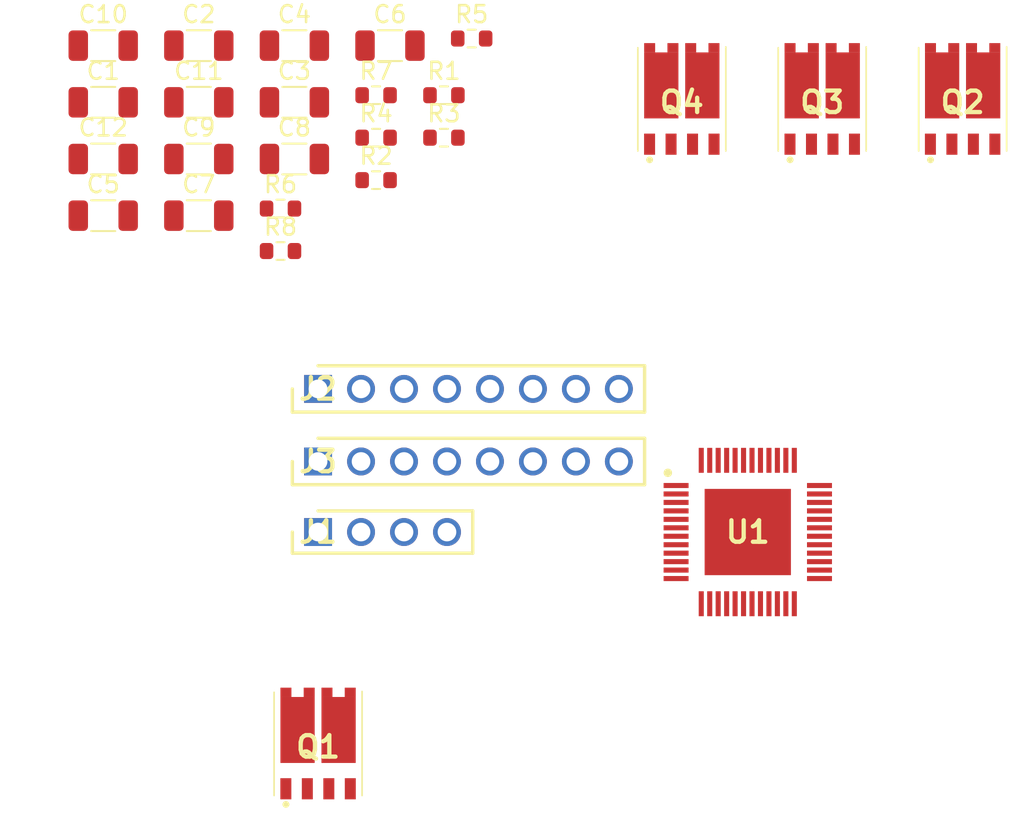
<source format=kicad_pcb>
(kicad_pcb (version 20211014) (generator pcbnew)
  (layers (0 "F.Cu" signal) (31 "B.Cu" signal) (34 "B.Paste" user) (35 "F.Paste" user) (36 "B.SilkS" user "B.Silkscreen") (37 "F.SilkS" user "F.Silkscreen") (38 "B.Mask" user) (39 "F.Mask" user) (44 "Edge.Cuts" user))
  (net 0 "")
  (net 1 "/EN")
  (net 2 "/SDI")
  (net 3 "/SCK")
  (net 4 "/CSN")
  (net 5 "/SDO")
  (net 6 "/CLK")
  (net 7 "/STEP")
  (net 8 "/DIR")
  (net 9 "/VM")
  (net 10 "GND")
  (net 11 "/BMA2")
  (net 12 "/BMA1")
  (net 13 "/BMB1")
  (net 14 "/BMB2")
  (net 15 "/VCCIO")
  (net 16 "/HB1")
  (net 17 "/CBA1")
  (net 18 "Net-(Q2-Pad1)")
  (net 19 "Net-(Q4-Pad1)")
  (net 20 "/SRAL")
  (net 21 "/SRAH")
  (net 22 "/SRBH")
  (net 23 "/SRBL")
  (net 24 "/SDL")
  (net 28 "/DIAG0")
  (net 29 "/DIAG1")
  (net 30 "/DREN")
  (net 31 "Net-(C1-Pad2)")
  (net 32 "Net-(C3-Pad2)")
  (net 33 "Net-(C4-Pad1)")
  (net 34 "Net-(C6-Pad2)")
  (net 35 "/CA2")
  (net 36 "/HA2")
  (net 37 "/LA2")
  (net 38 "/LA1")
  (net 39 "/HA1")
  (net 40 "Net-(C6-Pad1)")
  (net 41 "Net-(C5-Pad1)")
  (net 44 "/CA1")
  (net 45 "/CB2")
  (net 46 "/HB2")
  (net 47 "/LB2")
  (net 48 "/LB1")
  (footprint "Capacitor_SMD:C_1206_3216Metric" (layer "F.Cu") (at 101.6 60.15)
    (fp_text reference "C10" (at 0 -1.85) (layer "F.SilkS"))
    (fp_text value "100nF/100V")
    (fp_line (start -0.711252 0.91) (end 0.711252 0.91) (layer "F.SilkS") (width 0.12))
    (fp_line (start -0.711252 -0.91) (end 0.711252 -0.91) (layer "F.SilkS") (width 0.12))
    (pad "1" smd roundrect locked (at -1.475 0) (size 1.15 1.8) (layers "F.Cu" "F.Paste" "F.Mask") (roundrect_rratio 0.217391) (net 10 "GND"))
    (pad "2" smd roundrect locked (at 1.475 0) (size 1.15 1.8) (layers "F.Cu" "F.Paste" "F.Mask") (roundrect_rratio 0.217391) (net 14 "/BMB2"))
  )
  (footprint "lib:HDRV8W63P0X254_1X8_2032X254X970P" (layer "F.Cu") (at 114.3 80.44)
    (fp_text reference "J2" (at 0 0) (layer "F.SilkS") (effects (font (size 1.27 1.27) (thickness 0.254))))
    (fp_text value "825433-8" hide)
    (fp_line (start -1.52 1.37) (end 19.3 1.37) (layer "F.SilkS") (width 0.2))
    (fp_line (start 19.3 -1.37) (end 0 -1.37) (layer "F.SilkS") (width 0.2))
    (fp_line (start -1.52 0) (end -1.52 1.37) (layer "F.SilkS") (width 0.2))
    (fp_line (start 19.3 1.37) (end 19.3 -1.37) (layer "F.SilkS") (width 0.2))
    (pad "1" thru_hole rect locked (at 0 0) (size 1.65 1.65) (drill 1.1) (layers *.Cu *.Mask) (net 1 "/EN"))
    (pad "2" thru_hole circle locked (at 2.54 0) (size 1.65 1.65) (drill 1.1) (layers *.Cu *.Mask) (net 2 "/SDI"))
    (pad "3" thru_hole circle locked (at 5.08 0) (size 1.65 1.65) (drill 1.1) (layers *.Cu *.Mask) (net 3 "/SCK"))
    (pad "4" thru_hole circle locked (at 7.62 0) (size 1.65 1.65) (drill 1.1) (layers *.Cu *.Mask) (net 4 "/CSN"))
    (pad "5" thru_hole circle locked (at 10.16 0) (size 1.65 1.65) (drill 1.1) (layers *.Cu *.Mask) (net 5 "/SDO"))
    (pad "6" thru_hole circle locked (at 12.7 0) (size 1.65 1.65) (drill 1.1) (layers *.Cu *.Mask) (net 6 "/CLK"))
    (pad "7" thru_hole circle locked (at 15.24 0) (size 1.65 1.65) (drill 1.1) (layers *.Cu *.Mask) (net 7 "/STEP"))
    (pad "8" thru_hole circle locked (at 17.78 0) (size 1.65 1.65) (drill 1.1) (layers *.Cu *.Mask) (net 8 "/DIR"))
  )
  (footprint "Resistor_SMD:R_0603_1608Metric" (layer "F.Cu") (at 117.73 68.1)
    (fp_text reference "R2" (at 0 -1.43) (layer "F.SilkS"))
    (fp_text value "2.2k/+1%")
    (fp_line (start -0.237258 -0.5225) (end 0.237258 -0.5225) (layer "F.SilkS") (width 0.12))
    (fp_line (start -0.237258 0.5225) (end 0.237258 0.5225) (layer "F.SilkS") (width 0.12))
    (pad "1" smd roundrect locked (at -0.825 0) (size 0.8 0.95) (layers "F.Cu" "F.Paste" "F.Mask") (net 33 "Net-(C4-Pad1)"))
    (pad "2" smd roundrect locked (at 0.825 0) (size 0.8 0.95) (layers "F.Cu" "F.Paste" "F.Mask") (net 10 "GND"))
  )
  (footprint "Resistor_SMD:R_0603_1608Metric" (layer "F.Cu") (at 121.74 63.08)
    (fp_text reference "R1" (at 0 -1.43) (layer "F.SilkS"))
    (fp_text value "10k")
    (fp_line (start -0.237258 0.5225) (end 0.237258 0.5225) (layer "F.SilkS") (width 0.12))
    (fp_line (start -0.237258 -0.5225) (end 0.237258 -0.5225) (layer "F.SilkS") (width 0.12))
    (pad "1" smd roundrect locked (at -0.825 0) (size 0.8 0.95) (layers "F.Cu" "F.Paste" "F.Mask") (net 15 "/VCCIO"))
    (pad "2" smd roundrect locked (at 0.825 0) (size 0.8 0.95) (layers "F.Cu" "F.Paste" "F.Mask") (net 10 "GND"))
  )
  (footprint "Capacitor_SMD:C_1206_3216Metric" (layer "F.Cu") (at 118.55 60.15)
    (fp_text reference "C6" (at 0 -1.85) (layer "F.SilkS"))
    (fp_text value "22nF/100V")
    (fp_line (start -0.711252 0.91) (end 0.711252 0.91) (layer "F.SilkS") (width 0.12))
    (fp_line (start -0.711252 -0.91) (end 0.711252 -0.91) (layer "F.SilkS") (width 0.12))
    (pad "1" smd roundrect locked (at -1.475 0) (size 1.15 1.8) (layers "F.Cu" "F.Paste" "F.Mask") (roundrect_rratio 0.217391) (net 40 "Net-(C6-Pad1)"))
    (pad "2" smd roundrect locked (at 1.475 0) (size 1.15 1.8) (layers "F.Cu" "F.Paste" "F.Mask") (roundrect_rratio 0.217391) (net 34 "Net-(C6-Pad2)"))
  )
  (footprint "Capacitor_SMD:C_1206_3216Metric" (layer "F.Cu") (at 112.9 63.5)
    (fp_text reference "C3" (at 0 -1.85) (layer "F.SilkS"))
    (fp_text value "2.2-10pF/100v")
    (fp_line (start -0.711252 0.91) (end 0.711252 0.91) (layer "F.SilkS") (width 0.12))
    (fp_line (start -0.711252 -0.91) (end 0.711252 -0.91) (layer "F.SilkS") (width 0.12))
    (pad "1" smd roundrect locked (at -1.475 0) (size 1.15 1.8) (layers "F.Cu" "F.Paste" "F.Mask") (roundrect_rratio 0.217391) (net 10 "GND"))
    (pad "2" smd roundrect locked (at 1.475 0) (size 1.15 1.8) (layers "F.Cu" "F.Paste" "F.Mask") (roundrect_rratio 0.217391) (net 32 "Net-(C3-Pad2)"))
  )
  (footprint "Resistor_SMD:R_0603_1608Metric" (layer "F.Cu") (at 117.73 65.59)
    (fp_text reference "R4" (at 0 -1.43) (layer "F.SilkS"))
    (fp_text value "47R")
    (fp_line (start -0.237258 -0.5225) (end 0.237258 -0.5225) (layer "F.SilkS") (width 0.12))
    (fp_line (start -0.237258 0.5225) (end 0.237258 0.5225) (layer "F.SilkS") (width 0.12))
    (pad "1" smd roundrect locked (at -0.825 0) (size 0.8 0.95) (layers "F.Cu" "F.Paste" "F.Mask") (net 18 "Net-(Q2-Pad1)"))
    (pad "2" smd roundrect locked (at 0.825 0) (size 0.8 0.95) (layers "F.Cu" "F.Paste" "F.Mask") (net 23 "/SRBL"))
  )
  (footprint "lib:QFP50P900X900X120-49N" (layer "F.Cu") (at 139.7 88.9)
    (fp_text reference "U1" (at 0 0) (layer "F.SilkS") (effects (font (size 1.27 1.27) (thickness 0.254))))
    (fp_text value "TMC5160-TA" hide)
    (fp_circle (center -4.725 -3.5) (end -4.725 -3.375) (layer "F.SilkS") (width 0.25) (fill none))
    (pad "1" smd rect (at -4.238 -2.75 90) (size 0.3 1.475) (layers "F.Cu" "F.Paste" "F.Mask") (net 16 "/HB1"))
    (pad "2" smd rect (at -4.238 -2.25 90) (size 0.3 1.475) (layers "F.Cu" "F.Paste" "F.Mask") (net 17 "/CBA1"))
    (pad "3" smd rect (at -4.238 -1.75 90) (size 0.3 1.475) (layers "F.Cu" "F.Paste" "F.Mask") (net 31 "Net-(C1-Pad2)"))
    (pad "4" smd rect (at -4.238 -1.25 90) (size 0.3 1.475) (layers "F.Cu" "F.Paste" "F.Mask") (net 9 "/VM"))
    (pad "5" smd rect (at -4.238 -0.75 90) (size 0.3 1.475) (layers "F.Cu" "F.Paste" "F.Mask") (net 32 "Net-(C3-Pad2)"))
    (pad "6" smd rect (at -4.238 -0.25 90) (size 0.3 1.475) (layers "F.Cu" "F.Paste" "F.Mask") (net 10 "GND"))
    (pad "7" smd rect (at -4.238 0.25 90) (size 0.3 1.475) (layers "F.Cu" "F.Paste" "F.Mask") (net 20 "/SRAL"))
    (pad "8" smd rect (at -4.238 0.75 90) (size 0.3 1.475) (layers "F.Cu" "F.Paste" "F.Mask") (net 21 "/SRAH"))
    (pad "9" smd rect (at -4.238 1.25 90) (size 0.3 1.475) (layers "F.Cu" "F.Paste" "F.Mask") (net 22 "/SRBH"))
    (pad "10" smd rect (at -4.238 1.75 90) (size 0.3 1.475) (layers "F.Cu" "F.Paste" "F.Mask") (net 23 "/SRBL"))
    (pad "11" smd rect (at -4.238 2.25 90) (size 0.3 1.475) (layers "F.Cu" "F.Paste" "F.Mask") (net 10 "GND"))
    (pad "12" smd rect (at -4.238 2.75 90) (size 0.3 1.475) (layers "F.Cu" "F.Paste" "F.Mask") (net 6 "/CLK"))
    (pad "13" smd rect (at -2.75 4.238) (size 0.3 1.475) (layers "F.Cu" "F.Paste" "F.Mask") (net 4 "/CSN"))
    (pad "14" smd rect (at -2.25 4.238) (size 0.3 1.475) (layers "F.Cu" "F.Paste" "F.Mask") (net 3 "/SCK"))
    (pad "15" smd rect (at -1.75 4.238) (size 0.3 1.475) (layers "F.Cu" "F.Paste" "F.Mask") (net 24 "/SDL"))
    (pad "16" smd rect (at -1.25 4.238) (size 0.3 1.475) (layers "F.Cu" "F.Paste" "F.Mask") (net 5 "/SDO"))
    (pad "17" smd rect (at -0.75 4.238) (size 0.3 1.475) (layers "F.Cu" "F.Paste" "F.Mask") (net 7 "/STEP"))
    (pad "18" smd rect (at -0.25 4.238) (size 0.3 1.475) (layers "F.Cu" "F.Paste" "F.Mask") (net 8 "/DIR"))
    (pad "19" smd rect (at 0.25 4.238) (size 0.3 1.475) (layers "F.Cu" "F.Paste" "F.Mask") (net 10 "GND"))
    (pad "20" smd rect (at 0.75 4.238) (size 0.3 1.475) (layers "F.Cu" "F.Paste" "F.Mask") (net 15 "/VCCIO"))
    (pad "21" smd rect (at 1.25 4.238) (size 0.3 1.475) (layers "F.Cu" "F.Paste" "F.Mask") (net 15 "/VCCIO"))
    (pad "22" smd rect (at 1.75 4.238) (size 0.3 1.475) (layers "F.Cu" "F.Paste" "F.Mask") (net 15 "/VCCIO"))
    (pad "23" smd rect (at 2.25 4.238) (size 0.3 1.475) (layers "F.Cu" "F.Paste" "F.Mask"))
    (pad "24" smd rect (at 2.75 4.238) (size 0.3 1.475) (layers "F.Cu" "F.Paste" "F.Mask"))
    (pad "25" smd rect (at 4.238 2.75 90) (size 0.3 1.475) (layers "F.Cu" "F.Paste" "F.Mask"))
    (pad "26" smd rect (at 4.238 2.25 90) (size 0.3 1.475) (layers "F.Cu" "F.Paste" "F.Mask") (net 28 "/DIAG0"))
    (pad "27" smd rect (at 4.238 1.75 90) (size 0.3 1.475) (layers "F.Cu" "F.Paste" "F.Mask") (net 29 "/DIAG1"))
    (pad "28" smd rect (at 4.238 1.25 90) (size 0.3 1.475) (layers "F.Cu" "F.Paste" "F.Mask") (net 30 "/DREN"))
    (pad "29" smd rect (at 4.238 0.75 90) (size 0.3 1.475) (layers "F.Cu" "F.Paste" "F.Mask") (net 33 "Net-(C4-Pad1)"))
    (pad "30" smd rect (at 4.238 0.25 90) (size 0.3 1.475) (layers "F.Cu" "F.Paste" "F.Mask") (net 10 "GND"))
    (pad "31" smd rect (at 4.238 -0.25 90) (size 0.3 1.475) (layers "F.Cu" "F.Paste" "F.Mask") (net 34 "Net-(C6-Pad2)"))
    (pad "32" smd rect (at 4.238 -0.75 90) (size 0.3 1.475) (layers "F.Cu" "F.Paste" "F.Mask") (net 40 "Net-(C6-Pad1)"))
    (pad "33" smd rect (at 4.238 -1.25 90) (size 0.3 1.475) (layers "F.Cu" "F.Paste" "F.Mask") (net 9 "/VM"))
    (pad "34" smd rect (at 4.238 -1.75 90) (size 0.3 1.475) (layers "F.Cu" "F.Paste" "F.Mask") (net 41 "Net-(C5-Pad1)"))
    (pad "35" smd rect (at 4.238 -2.25 90) (size 0.3 1.475) (layers "F.Cu" "F.Paste" "F.Mask") (net 35 "/CA2"))
    (pad "36" smd rect (at 4.238 -2.75 90) (size 0.3 1.475) (layers "F.Cu" "F.Paste" "F.Mask") (net 36 "/HA2"))
    (pad "37" smd rect (at 2.75 -4.238) (size 0.3 1.475) (layers "F.Cu" "F.Paste" "F.Mask") (net 11 "/BMA2"))
    (pad "38" smd rect (at 2.25 -4.238) (size 0.3 1.475) (layers "F.Cu" "F.Paste" "F.Mask") (net 37 "/LA2"))
    (pad "39" smd rect (at 1.75 -4.238) (size 0.3 1.475) (layers "F.Cu" "F.Paste" "F.Mask") (net 38 "/LA1"))
    (pad "40" smd rect (at 1.25 -4.238) (size 0.3 1.475) (layers "F.Cu" "F.Paste" "F.Mask") (net 12 "/BMA1"))
    (pad "41" smd rect (at 0.75 -4.238) (size 0.3 1.475) (layers "F.Cu" "F.Paste" "F.Mask") (net 39 "/HA1"))
    (pad "42" smd rect (at 0.25 -4.238) (size 0.3 1.475) (layers "F.Cu" "F.Paste" "F.Mask") (net 44 "/CA1"))
    (pad "43" smd rect (at -0.25 -4.238) (size 0.3 1.475) (layers "F.Cu" "F.Paste" "F.Mask") (net 45 "/CB2"))
    (pad "44" smd rect (at -0.75 -4.238) (size 0.3 1.475) (layers "F.Cu" "F.Paste" "F.Mask") (net 46 "/HB2"))
    (pad "45" smd rect (at -1.25 -4.238) (size 0.3 1.475) (layers "F.Cu" "F.Paste" "F.Mask") (net 14 "/BMB2"))
    (pad "46" smd rect (at -1.75 -4.238) (size 0.3 1.475) (layers "F.Cu" "F.Paste" "F.Mask") (net 47 "/LB2"))
    (pad "47" smd rect (at -2.25 -4.238) (size 0.3 1.475) (layers "F.Cu" "F.Paste" "F.Mask") (net 48 "/LB1"))
    (pad "48" smd rect (at -2.75 -4.238) (size 0.3 1.475) (layers "F.Cu" "F.Paste" "F.Mask") (net 13 "/BMB1"))
    (pad "49" smd rect (at 0 0) (size 5.1 5.1) (layers "F.Cu" "F.Paste" "F.Mask") (net 10 "GND"))
  )
  (footprint "Resistor_SMD:R_0603_1608Metric" (layer "F.Cu") (at 112.08 72.29)
    (fp_text reference "R8" (at 0 -1.43) (layer "F.SilkS"))
    (fp_text value "0.075R")
    (fp_line (start -0.237258 -0.5225) (end 0.237258 -0.5225) (layer "F.SilkS") (width 0.12))
    (fp_line (start -0.237258 0.5225) (end 0.237258 0.5225) (layer "F.SilkS") (width 0.12))
    (pad "1" smd roundrect locked (at -0.825 0) (size 0.8 0.95) (layers "F.Cu" "F.Paste" "F.Mask") (net 19 "Net-(Q4-Pad1)"))
    (pad "2" smd roundrect locked (at 0.825 0) (size 0.8 0.95) (layers "F.Cu" "F.Paste" "F.Mask") (net 10 "GND"))
  )
  (footprint "Resistor_SMD:R_0603_1608Metric" (layer "F.Cu") (at 123.38 59.73)
    (fp_text reference "R5" (at 0 -1.43) (layer "F.SilkS"))
    (fp_text value "47R")
    (fp_line (start -0.237258 -0.5225) (end 0.237258 -0.5225) (layer "F.SilkS") (width 0.12))
    (fp_line (start -0.237258 0.5225) (end 0.237258 0.5225) (layer "F.SilkS") (width 0.12))
    (pad "1" smd roundrect locked (at -0.825 0) (size 0.8 0.95) (layers "F.Cu" "F.Paste" "F.Mask") (net 19 "Net-(Q4-Pad1)"))
    (pad "2" smd roundrect locked (at 0.825 0) (size 0.8 0.95) (layers "F.Cu" "F.Paste" "F.Mask") (net 21 "/SRAH"))
  )
  (footprint "Capacitor_SMD:C_1206_3216Metric" (layer "F.Cu") (at 107.25 66.85)
    (fp_text reference "C9" (at 0 -1.85) (layer "F.SilkS"))
    (fp_text value "470nF/100V")
    (fp_line (start -0.711252 -0.91) (end 0.711252 -0.91) (layer "F.SilkS") (width 0.12))
    (fp_line (start -0.711252 0.91) (end 0.711252 0.91) (layer "F.SilkS") (width 0.12))
    (pad "1" smd roundrect locked (at -1.475 0) (size 1.15 1.8) (layers "F.Cu" "F.Paste" "F.Mask") (roundrect_rratio 0.217391) (net 9 "/VM"))
    (pad "2" smd roundrect locked (at 1.475 0) (size 1.15 1.8) (layers "F.Cu" "F.Paste" "F.Mask") (roundrect_rratio 0.217391) (net 10 "GND"))
  )
  (footprint "lib:STL50DN6F7" (layer "F.Cu") (at 152.4 63.5)
    (fp_text reference "Q2" (at 0 0) (layer "F.SilkS") (effects (font (size 1.27 1.27) (thickness 0.254))))
    (fp_text value "STL8DN10LF3" hide)
    (fp_line (start -2 3.4) (end -2 3.4) (layer "F.SilkS") (width 0.2))
    (fp_line (start -2.6 -3.225) (end -2.6 2.875) (layer "F.SilkS") (width 0.1))
    (fp_line (start 2.6 -3.275) (end 2.6 2.875) (layer "F.SilkS") (width 0.1))
    (fp_line (start -1.8 3.4) (end -1.8 3.4) (layer "F.SilkS") (width 0.2))
    (fp_arc (start -2 3.4) (mid -1.9 3.3) (end -1.8 3.4) (layer "F.SilkS") (width 0.2))
    (fp_arc (start -1.8 3.4) (mid -1.9 3.5) (end -2 3.4) (layer "F.SilkS") (width 0.2))
    (pad "1" smd rect locked (at -1.905 2.475) (size 0.65 1.25) (layers "F.Cu" "F.Paste" "F.Mask") (net 18 "Net-(Q2-Pad1)"))
    (pad "2" smd rect locked (at -0.635 2.475) (size 0.65 1.25) (layers "F.Cu" "F.Paste" "F.Mask") (net 48 "/LB1"))
    (pad "3" smd rect locked (at 0.635 2.475) (size 0.65 1.25) (layers "F.Cu" "F.Paste" "F.Mask") (net 18 "Net-(Q2-Pad1)"))
    (pad "4" smd rect locked (at 1.905 2.475) (size 0.65 1.25) (layers "F.Cu" "F.Paste" "F.Mask") (net 47 "/LB2"))
    (pad "5" smd rect locked (at 1.901 -3.225 90) (size 0.55 0.65) (layers "F.Cu" "F.Paste" "F.Mask") (net 14 "/BMB2"))
    (pad "6" smd rect locked (at 0.525 -3.225 90) (size 0.55 0.65) (layers "F.Cu" "F.Paste" "F.Mask") (net 14 "/BMB2"))
    (pad "7" smd rect locked (at -0.525 -3.225 90) (size 0.55 0.65) (layers "F.Cu" "F.Paste" "F.Mask") (net 13 "/BMB1"))
    (pad "8" smd rect locked (at -1.901 -3.225 90) (size 0.55 0.65) (layers "F.Cu" "F.Paste" "F.Mask") (net 13 "/BMB1"))
    (pad "9" smd rect locked (at -1.213 -1) (size 2.025 3.9) (layers "F.Cu" "F.Paste" "F.Mask") (net 13 "/BMB1"))
    (pad "10" smd rect locked (at 1.213 -1) (size 2.025 3.9) (layers "F.Cu" "F.Paste" "F.Mask") (net 14 "/BMB2"))
  )
  (footprint "Capacitor_SMD:C_1206_3216Metric" (layer "F.Cu") (at 112.9 60.15)
    (fp_text reference "C4" (at 0 -1.85) (layer "F.SilkS"))
    (fp_text value "100nF+")
    (fp_line (start -0.711252 -0.91) (end 0.711252 -0.91) (layer "F.SilkS") (width 0.12))
    (fp_line (start -0.711252 0.91) (end 0.711252 0.91) (layer "F.SilkS") (width 0.12))
    (pad "1" smd roundrect locked (at -1.475 0) (size 1.15 1.8) (layers "F.Cu" "F.Paste" "F.Mask") (roundrect_rratio 0.217391) (net 33 "Net-(C4-Pad1)"))
    (pad "2" smd roundrect locked (at 1.475 0) (size 1.15 1.8) (layers "F.Cu" "F.Paste" "F.Mask") (roundrect_rratio 0.217391) (net 10 "GND"))
  )
  (footprint "lib:HDRV4W63P0X254_1X4_1016X250X950P" (layer "F.Cu") (at 114.3 88.9)
    (fp_text reference "J1" (at 0 0) (layer "F.SilkS") (effects (font (size 1.27 1.27) (thickness 0.254))))
    (fp_text value "825433-4" hide)
    (fp_line (start -1.52 1.25) (end 9.14 1.25) (layer "F.SilkS") (width 0.2))
    (fp_line (start -1.52 0) (end -1.52 1.25) (layer "F.SilkS") (width 0.2))
    (fp_line (start 9.14 -1.25) (end 0 -1.25) (layer "F.SilkS") (width 0.2))
    (fp_line (start 9.14 1.25) (end 9.14 -1.25) (layer "F.SilkS") (width 0.2))
    (pad "1" thru_hole rect locked (at 0 0) (size 1.65 1.65) (drill 1.1) (layers *.Cu *.Mask) (net 28 "/DIAG0"))
    (pad "2" thru_hole circle locked (at 2.54 0) (size 1.65 1.65) (drill 1.1) (layers *.Cu *.Mask) (net 29 "/DIAG1"))
    (pad "3" thru_hole circle locked (at 5.08 0) (size 1.65 1.65) (drill 1.1) (layers *.Cu *.Mask))
    (pad "4" thru_hole circle locked (at 7.62 0) (size 1.65 1.65) (drill 1.1) (layers *.Cu *.Mask))
  )
  (footprint "Capacitor_SMD:C_1206_3216Metric" (layer "F.Cu") (at 112.9 66.85)
    (fp_text reference "C8" (at 0 -1.85) (layer "F.SilkS"))
    (fp_text value "100nF/100V")
    (fp_line (start -0.711252 0.91) (end 0.711252 0.91) (layer "F.SilkS") (width 0.12))
    (fp_line (start -0.711252 -0.91) (end 0.711252 -0.91) (layer "F.SilkS") (width 0.12))
    (pad "1" smd roundrect locked (at -1.475 0) (size 1.15 1.8) (layers "F.Cu" "F.Paste" "F.Mask") (roundrect_rratio 0.217391) (net 10 "GND"))
    (pad "2" smd roundrect locked (at 1.475 0) (size 1.15 1.8) (layers "F.Cu" "F.Paste" "F.Mask") (roundrect_rratio 0.217391) (net 12 "/BMA1"))
  )
  (footprint "lib:STL50DN6F7" (layer "F.Cu") (at 114.3 101.6)
    (fp_text reference "Q1" (at 0 0) (layer "F.SilkS") (effects (font (size 1.27 1.27) (thickness 0.254))))
    (fp_text value "STL8DN10LF3" hide)
    (fp_line (start -2 3.4) (end -2 3.4) (layer "F.SilkS") (width 0.2))
    (fp_line (start -2.6 -3.225) (end -2.6 2.875) (layer "F.SilkS") (width 0.1))
    (fp_line (start 2.6 -3.275) (end 2.6 2.875) (layer "F.SilkS") (width 0.1))
    (fp_line (start -1.8 3.4) (end -1.8 3.4) (layer "F.SilkS") (width 0.2))
    (fp_arc (start -2 3.4) (mid -1.9 3.3) (end -1.8 3.4) (layer "F.SilkS") (width 0.2))
    (fp_arc (start -1.8 3.4) (mid -1.9 3.5) (end -2 3.4) (layer "F.SilkS") (width 0.2))
    (pad "1" smd rect locked (at -1.905 2.475) (size 0.65 1.25) (layers "F.Cu" "F.Paste" "F.Mask") (net 13 "/BMB1"))
    (pad "2" smd rect locked (at -0.635 2.475) (size 0.65 1.25) (layers "F.Cu" "F.Paste" "F.Mask") (net 46 "/HB2"))
    (pad "3" smd rect locked (at 0.635 2.475) (size 0.65 1.25) (layers "F.Cu" "F.Paste" "F.Mask") (net 14 "/BMB2"))
    (pad "4" smd rect locked (at 1.905 2.475) (size 0.65 1.25) (layers "F.Cu" "F.Paste" "F.Mask") (net 16 "/HB1"))
    (pad "5" smd rect locked (at 1.901 -3.225 90) (size 0.55 0.65) (layers "F.Cu" "F.Paste" "F.Mask") (net 9 "/VM"))
    (pad "6" smd rect locked (at 0.525 -3.225 90) (size 0.55 0.65) (layers "F.Cu" "F.Paste" "F.Mask") (net 9 "/VM"))
    (pad "7" smd rect locked (at -0.525 -3.225 90) (size 0.55 0.65) (layers "F.Cu" "F.Paste" "F.Mask") (net 9 "/VM"))
    (pad "8" smd rect locked (at -1.901 -3.225 90) (size 0.55 0.65) (layers "F.Cu" "F.Paste" "F.Mask") (net 9 "/VM"))
    (pad "9" smd rect locked (at -1.213 -1) (size 2.025 3.9) (layers "F.Cu" "F.Paste" "F.Mask") (net 9 "/VM"))
    (pad "10" smd rect locked (at 1.213 -1) (size 2.025 3.9) (layers "F.Cu" "F.Paste" "F.Mask") (net 9 "/VM"))
  )
  (footprint "Capacitor_SMD:C_1206_3216Metric" (layer "F.Cu") (at 101.6 70.2)
    (fp_text reference "C5" (at 0 -1.85) (layer "F.SilkS"))
    (fp_text value "100nF/100V")
    (fp_line (start -0.711252 0.91) (end 0.711252 0.91) (layer "F.SilkS") (width 0.12))
    (fp_line (start -0.711252 -0.91) (end 0.711252 -0.91) (layer "F.SilkS") (width 0.12))
    (pad "1" smd roundrect locked (at -1.475 0) (size 1.15 1.8) (layers "F.Cu" "F.Paste" "F.Mask") (roundrect_rratio 0.217391) (net 41 "Net-(C5-Pad1)"))
    (pad "2" smd roundrect locked (at 1.475 0) (size 1.15 1.8) (layers "F.Cu" "F.Paste" "F.Mask") (roundrect_rratio 0.217391) (net 9 "/VM"))
  )
  (footprint "Resistor_SMD:R_0603_1608Metric" (layer "F.Cu") (at 121.74 65.59)
    (fp_text reference "R3" (at 0 -1.43) (layer "F.SilkS"))
    (fp_text value "47R")
    (fp_line (start -0.237258 0.5225) (end 0.237258 0.5225) (layer "F.SilkS") (width 0.12))
    (fp_line (start -0.237258 -0.5225) (end 0.237258 -0.5225) (layer "F.SilkS") (width 0.12))
    (pad "1" smd roundrect locked (at -0.825 0) (size 0.8 0.95) (layers "F.Cu" "F.Paste" "F.Mask") (net 18 "Net-(Q2-Pad1)"))
    (pad "2" smd roundrect locked (at 0.825 0) (size 0.8 0.95) (layers "F.Cu" "F.Paste" "F.Mask") (net 22 "/SRBH"))
  )
  (footprint "lib:STL50DN6F7" (layer "F.Cu") (at 135.8 63.5)
    (fp_text reference "Q4" (at 0 0) (layer "F.SilkS") (effects (font (size 1.27 1.27) (thickness 0.254))))
    (fp_text value "STL8DN10LF3" hide)
    (fp_line (start -2.6 -3.225) (end -2.6 2.875) (layer "F.SilkS") (width 0.1))
    (fp_line (start -2 3.4) (end -2 3.4) (layer "F.SilkS") (width 0.2))
    (fp_line (start -1.8 3.4) (end -1.8 3.4) (layer "F.SilkS") (width 0.2))
    (fp_line (start 2.6 -3.275) (end 2.6 2.875) (layer "F.SilkS") (width 0.1))
    (fp_arc (start -1.8 3.4) (mid -1.9 3.5) (end -2 3.4) (layer "F.SilkS") (width 0.2))
    (fp_arc (start -2 3.4) (mid -1.9 3.3) (end -1.8 3.4) (layer "F.SilkS") (width 0.2))
    (pad "1" smd rect locked (at -1.905 2.475) (size 0.65 1.25) (layers "F.Cu" "F.Paste" "F.Mask") (net 19 "Net-(Q4-Pad1)"))
    (pad "2" smd rect locked (at -0.635 2.475) (size 0.65 1.25) (layers "F.Cu" "F.Paste" "F.Mask") (net 38 "/LA1"))
    (pad "3" smd rect locked (at 0.635 2.475) (size 0.65 1.25) (layers "F.Cu" "F.Paste" "F.Mask") (net 19 "Net-(Q4-Pad1)"))
    (pad "4" smd rect locked (at 1.905 2.475) (size 0.65 1.25) (layers "F.Cu" "F.Paste" "F.Mask") (net 37 "/LA2"))
    (pad "5" smd rect locked (at 1.901 -3.225 90) (size 0.55 0.65) (layers "F.Cu" "F.Paste" "F.Mask") (net 11 "/BMA2"))
    (pad "6" smd rect locked (at 0.525 -3.225 90) (size 0.55 0.65) (layers "F.Cu" "F.Paste" "F.Mask") (net 11 "/BMA2"))
    (pad "7" smd rect locked (at -0.525 -3.225 90) (size 0.55 0.65) (layers "F.Cu" "F.Paste" "F.Mask") (net 12 "/BMA1"))
    (pad "8" smd rect locked (at -1.901 -3.225 90) (size 0.55 0.65) (layers "F.Cu" "F.Paste" "F.Mask") (net 12 "/BMA1"))
    (pad "9" smd rect locked (at -1.213 -1) (size 2.025 3.9) (layers "F.Cu" "F.Paste" "F.Mask") (net 12 "/BMA1"))
    (pad "10" smd rect locked (at 1.213 -1) (size 2.025 3.9) (layers "F.Cu" "F.Paste" "F.Mask") (net 11 "/BMA2"))
  )
  (footprint "lib:STL50DN6F7" (layer "F.Cu") (at 144.1 63.5)
    (fp_text reference "Q3" (at 0 0) (layer "F.SilkS") (effects (font (size 1.27 1.27) (thickness 0.254))))
    (fp_text value "STL8DN10LF3" hide)
    (fp_line (start 2.6 -3.275) (end 2.6 2.875) (layer "F.SilkS") (width 0.1))
    (fp_line (start -1.8 3.4) (end -1.8 3.4) (layer "F.SilkS") (width 0.2))
    (fp_line (start -2 3.4) (end -2 3.4) (layer "F.SilkS") (width 0.2))
    (fp_line (start -2.6 -3.225) (end -2.6 2.875) (layer "F.SilkS") (width 0.1))
    (fp_arc (start -1.8 3.4) (mid -1.9 3.5) (end -2 3.4) (layer "F.SilkS") (width 0.2))
    (fp_arc (start -2 3.4) (mid -1.9 3.3) (end -1.8 3.4) (layer "F.SilkS") (width 0.2))
    (pad "1" smd rect locked (at -1.905 2.475) (size 0.65 1.25) (layers "F.Cu" "F.Paste" "F.Mask") (net 12 "/BMA1"))
    (pad "2" smd rect locked (at -0.635 2.475) (size 0.65 1.25) (layers "F.Cu" "F.Paste" "F.Mask") (net 36 "/HA2"))
    (pad "3" smd rect locked (at 0.635 2.475) (size 0.65 1.25) (layers "F.Cu" "F.Paste" "F.Mask") (net 11 "/BMA2"))
    (pad "4" smd rect locked (at 1.905 2.475) (size 0.65 1.25) (layers "F.Cu" "F.Paste" "F.Mask") (net 39 "/HA1"))
    (pad "5" smd rect locked (at 1.901 -3.225 90) (size 0.55 0.65) (layers "F.Cu" "F.Paste" "F.Mask") (net 9 "/VM"))
    (pad "6" smd rect locked (at 0.525 -3.225 90) (size 0.55 0.65) (layers "F.Cu" "F.Paste" "F.Mask") (net 9 "/VM"))
    (pad "7" smd rect locked (at -0.525 -3.225 90) (size 0.55 0.65) (layers "F.Cu" "F.Paste" "F.Mask") (net 9 "/VM"))
    (pad "8" smd rect locked (at -1.901 -3.225 90) (size 0.55 0.65) (layers "F.Cu" "F.Paste" "F.Mask") (net 9 "/VM"))
    (pad "9" smd rect locked (at -1.213 -1) (size 2.025 3.9) (layers "F.Cu" "F.Paste" "F.Mask") (net 9 "/VM"))
    (pad "10" smd rect locked (at 1.213 -1) (size 2.025 3.9) (layers "F.Cu" "F.Paste" "F.Mask") (net 9 "/VM"))
  )
  (footprint "Capacitor_SMD:C_1206_3216Metric" (layer "F.Cu") (at 107.25 70.2)
    (fp_text reference "C7" (at 0 -1.85) (layer "F.SilkS"))
    (fp_text value "100nF/100V")
    (fp_line (start -0.711252 -0.91) (end 0.711252 -0.91) (layer "F.SilkS") (width 0.12))
    (fp_line (start -0.711252 0.91) (end 0.711252 0.91) (layer "F.SilkS") (width 0.12))
    (pad "1" smd roundrect locked (at -1.475 0) (size 1.15 1.8) (layers "F.Cu" "F.Paste" "F.Mask") (roundrect_rratio 0.217391) (net 10 "GND"))
    (pad "2" smd roundrect locked (at 1.475 0) (size 1.15 1.8) (layers "F.Cu" "F.Paste" "F.Mask") (roundrect_rratio 0.217391) (net 13 "/BMB1"))
  )
  (footprint "Capacitor_SMD:C_1206_3216Metric" (layer "F.Cu") (at 101.6 63.5)
    (fp_text reference "C1" (at 0 -1.85) (layer "F.SilkS"))
    (fp_text value "2.2-10pF/100v")
    (fp_line (start -0.711252 -0.91) (end 0.711252 -0.91) (layer "F.SilkS") (width 0.12))
    (fp_line (start -0.711252 0.91) (end 0.711252 0.91) (layer "F.SilkS") (width 0.12))
    (pad "1" smd roundrect locked (at -1.475 0) (size 1.15 1.8) (layers "F.Cu" "F.Paste" "F.Mask") (roundrect_rratio 0.217391) (net 10 "GND"))
    (pad "2" smd roundrect locked (at 1.475 0) (size 1.15 1.8) (layers "F.Cu" "F.Paste" "F.Mask") (roundrect_rratio 0.217391) (net 31 "Net-(C1-Pad2)"))
  )
  (footprint "Resistor_SMD:R_0603_1608Metric" (layer "F.Cu") (at 117.73 63.08)
    (fp_text reference "R7" (at 0 -1.43) (layer "F.SilkS"))
    (fp_text value "0.075R")
    (fp_line (start -0.237258 -0.5225) (end 0.237258 -0.5225) (layer "F.SilkS") (width 0.12))
    (fp_line (start -0.237258 0.5225) (end 0.237258 0.5225) (layer "F.SilkS") (width 0.12))
    (pad "1" smd roundrect locked (at -0.825 0) (size 0.8 0.95) (layers "F.Cu" "F.Paste" "F.Mask") (net 18 "Net-(Q2-Pad1)"))
    (pad "2" smd roundrect locked (at 0.825 0) (size 0.8 0.95) (layers "F.Cu" "F.Paste" "F.Mask") (net 10 "GND"))
  )
  (footprint "Capacitor_SMD:C_1206_3216Metric" (layer "F.Cu") (at 101.6 66.85)
    (fp_text reference "C12" (at 0 -1.85) (layer "F.SilkS"))
    (fp_text value "100nF/100V")
    (fp_line (start -0.711252 0.91) (end 0.711252 0.91) (layer "F.SilkS") (width 0.12))
    (fp_line (start -0.711252 -0.91) (end 0.711252 -0.91) (layer "F.SilkS") (width 0.12))
    (pad "1" smd roundrect locked (at -1.475 0) (size 1.15 1.8) (layers "F.Cu" "F.Paste" "F.Mask") (roundrect_rratio 0.217391) (net 10 "GND"))
    (pad "2" smd roundrect locked (at 1.475 0) (size 1.15 1.8) (layers "F.Cu" "F.Paste" "F.Mask") (roundrect_rratio 0.217391) (net 11 "/BMA2"))
  )
  (footprint "Resistor_SMD:R_0603_1608Metric" (layer "F.Cu") (at 112.08 69.78)
    (fp_text reference "R6" (at 0 -1.43) (layer "F.SilkS"))
    (fp_text value "47R")
    (fp_line (start -0.237258 0.5225) (end 0.237258 0.5225) (layer "F.SilkS") (width 0.12))
    (fp_line (start -0.237258 -0.5225) (end 0.237258 -0.5225) (layer "F.SilkS") (width 0.12))
    (pad "1" smd roundrect locked (at -0.825 0) (size 0.8 0.95) (layers "F.Cu" "F.Paste" "F.Mask") (net 19 "Net-(Q4-Pad1)"))
    (pad "2" smd roundrect locked (at 0.825 0) (size 0.8 0.95) (layers "F.Cu" "F.Paste" "F.Mask") (net 20 "/SRAL"))
  )
  (footprint "Capacitor_SMD:C_1206_3216Metric" (layer "F.Cu") (at 107.25 60.15)
    (fp_text reference "C2" (at 0 -1.85) (layer "F.SilkS"))
    (fp_text value "100nF/100V")
    (fp_line (start -0.711252 0.91) (end 0.711252 0.91) (layer "F.SilkS") (width 0.12))
    (fp_line (start -0.711252 -0.91) (end 0.711252 -0.91) (layer "F.SilkS") (width 0.12))
    (pad "1" smd roundrect locked (at -1.475 0) (size 1.15 1.8) (layers "F.Cu" "F.Paste" "F.Mask") (roundrect_rratio 0.217391) (net 10 "GND"))
    (pad "2" smd roundrect locked (at 1.475 0) (size 1.15 1.8) (layers "F.Cu" "F.Paste" "F.Mask") (roundrect_rratio 0.217391) (net 9 "/VM"))
  )
  (footprint "lib:HDRV8W63P0X254_1X8_2032X254X970P" (layer "F.Cu") (at 114.3 84.73)
    (fp_text reference "J3" (at 0 0) (layer "F.SilkS") (effects (font (size 1.27 1.27) (thickness 0.254))))
    (fp_text value "825433-8" hide)
    (fp_line (start 19.3 1.37) (end 19.3 -1.37) (layer "F.SilkS") (width 0.2))
    (fp_line (start -1.52 1.37) (end 19.3 1.37) (layer "F.SilkS") (width 0.2))
    (fp_line (start 19.3 -1.37) (end 0 -1.37) (layer "F.SilkS") (width 0.2))
    (fp_line (start -1.52 0) (end -1.52 1.37) (layer "F.SilkS") (width 0.2))
    (pad "1" thru_hole rect locked (at 0 0) (size 1.65 1.65) (drill 1.1) (layers *.Cu *.Mask) (net 9 "/VM"))
    (pad "2" thru_hole circle locked (at 2.54 0) (size 1.65 1.65) (drill 1.1) (layers *.Cu *.Mask) (net 10 "GND"))
    (pad "3" thru_hole circle locked (at 5.08 0) (size 1.65 1.65) (drill 1.1) (layers *.Cu *.Mask) (net 11 "/BMA2"))
    (pad "4" thru_hole circle locked (at 7.62 0) (size 1.65 1.65) (drill 1.1) (layers *.Cu *.Mask) (net 12 "/BMA1"))
    (pad "5" thru_hole circle locked (at 10.16 0) (size 1.65 1.65) (drill 1.1) (layers *.Cu *.Mask) (net 13 "/BMB1"))
    (pad "6" thru_hole circle locked (at 12.7 0) (size 1.65 1.65) (drill 1.1) (layers *.Cu *.Mask) (net 14 "/BMB2"))
    (pad "7" thru_hole circle locked (at 15.24 0) (size 1.65 1.65) (drill 1.1) (layers *.Cu *.Mask) (net 15 "/VCCIO"))
    (pad "8" thru_hole circle locked (at 17.78 0) (size 1.65 1.65) (drill 1.1) (layers *.Cu *.Mask) (net 10 "GND"))
  )
  (footprint "Capacitor_SMD:C_1206_3216Metric" (layer "F.Cu") (at 107.25 63.5)
    (fp_text reference "C11" (at 0 -1.85) (layer "F.SilkS"))
    (fp_text value "470nF/100V")
    (fp_line (start -0.711252 0.91) (end 0.711252 0.91) (layer "F.SilkS") (width 0.12))
    (fp_line (start -0.711252 -0.91) (end 0.711252 -0.91) (layer "F.SilkS") (width 0.12))
    (pad "1" smd roundrect locked (at -1.475 0) (size 1.15 1.8) (layers "F.Cu" "F.Paste" "F.Mask") (roundrect_rratio 0.217391) (net 9 "/VM"))
    (pad "2" smd roundrect locked (at 1.475 0) (size 1.15 1.8) (layers "F.Cu" "F.Paste" "F.Mask") (roundrect_rratio 0.217391) (net 10 "GND"))
  )
)
</source>
